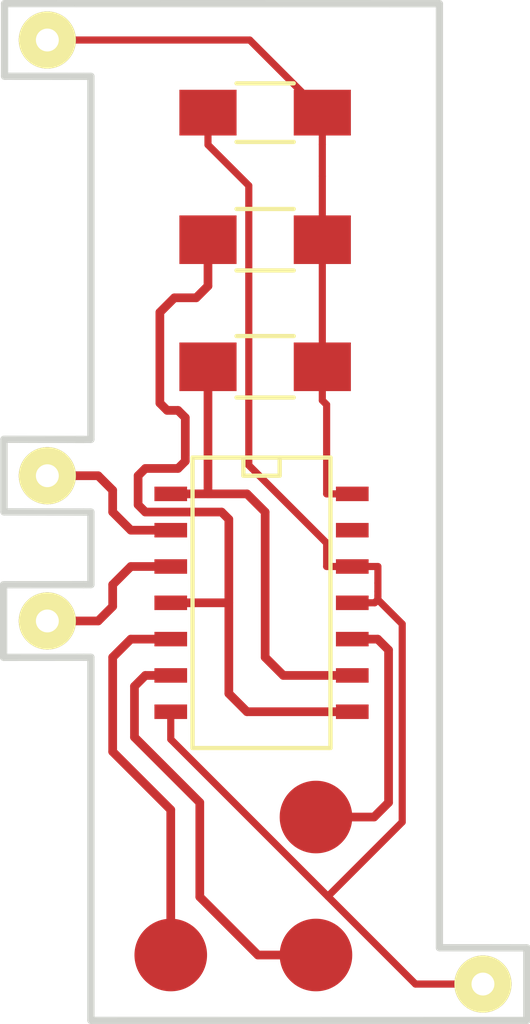
<source format=kicad_pcb>
(kicad_pcb (version 20171130) (host pcbnew "(5.1.12)-1")

  (general
    (thickness 1.6)
    (drawings 31)
    (tracks 124)
    (zones 0)
    (modules 11)
    (nets 10)
  )

  (page A4)
  (layers
    (0 F.Cu signal)
    (31 B.Cu signal)
    (32 B.Adhes user hide)
    (33 F.Adhes user hide)
    (34 B.Paste user hide)
    (35 F.Paste user hide)
    (36 B.SilkS user hide)
    (37 F.SilkS user hide)
    (38 B.Mask user hide)
    (39 F.Mask user hide)
    (40 Dwgs.User user hide)
    (41 Cmts.User user hide)
    (42 Eco1.User user hide)
    (43 Eco2.User user hide)
    (44 Edge.Cuts user)
    (45 Margin user hide)
    (46 B.CrtYd user hide)
    (47 F.CrtYd user hide)
    (48 B.Fab user hide)
    (49 F.Fab user hide)
  )

  (setup
    (last_trace_width 0.25)
    (user_trace_width 0.1524)
    (user_trace_width 0.2032)
    (user_trace_width 0.3048)
    (user_trace_width 0.4064)
    (user_trace_width 0.6096)
    (user_trace_width 0.8128)
    (trace_clearance 0.2)
    (zone_clearance 0.254)
    (zone_45_only no)
    (trace_min 0.1524)
    (via_size 0.6)
    (via_drill 0.4)
    (via_min_size 0.4)
    (via_min_drill 0.3)
    (uvia_size 0.3)
    (uvia_drill 0.1)
    (uvias_allowed no)
    (uvia_min_size 0)
    (uvia_min_drill 0)
    (edge_width 0.15)
    (segment_width 0.2)
    (pcb_text_width 0.3)
    (pcb_text_size 1.5 1.5)
    (mod_edge_width 0.15)
    (mod_text_size 1 1)
    (mod_text_width 0.15)
    (pad_size 1.99898 1.99898)
    (pad_drill 0.8001)
    (pad_to_mask_clearance 0.127)
    (aux_axis_origin 0 0)
    (visible_elements 7FFFFFFF)
    (pcbplotparams
      (layerselection 0x010c0_00000001)
      (usegerberextensions false)
      (usegerberattributes true)
      (usegerberadvancedattributes true)
      (creategerberjobfile true)
      (excludeedgelayer true)
      (linewidth 0.100000)
      (plotframeref false)
      (viasonmask false)
      (mode 1)
      (useauxorigin false)
      (hpglpennumber 1)
      (hpglpenspeed 20)
      (hpglpendiameter 15.000000)
      (psnegative false)
      (psa4output false)
      (plotreference true)
      (plotvalue true)
      (plotinvisibletext false)
      (padsonsilk false)
      (subtractmaskfromsilk false)
      (outputformat 1)
      (mirror false)
      (drillshape 0)
      (scaleselection 1)
      (outputdirectory "gerbers/nosilk/"))
  )

  (net 0 "")
  (net 1 VCC)
  (net 2 GND)
  (net 3 "Net-(R1-Pad2)")
  (net 4 "Net-(R2-Pad2)")
  (net 5 "Net-(TP1-Pad1)")
  (net 6 "Net-(TP2-Pad1)")
  (net 7 "Net-(TP3-Pad1)")
  (net 8 "Net-(/CS_ROM1-Pad1)")
  (net 9 "Net-(/MEMR1-Pad1)")

  (net_class Default "This is the default net class."
    (clearance 0.2)
    (trace_width 0.25)
    (via_dia 0.6)
    (via_drill 0.4)
    (uvia_dia 0.3)
    (uvia_drill 0.1)
    (add_net GND)
    (add_net "Net-(/CS_ROM1-Pad1)")
    (add_net "Net-(/MEMR1-Pad1)")
    (add_net "Net-(R1-Pad2)")
    (add_net "Net-(R2-Pad2)")
    (add_net "Net-(TP1-Pad1)")
    (add_net "Net-(TP2-Pad1)")
    (add_net "Net-(TP3-Pad1)")
    (add_net VCC)
  )

  (module Capacitors_SMD:C_1206_HandSoldering (layer F.Cu) (tedit 5898B227) (tstamp 57D988B4)
    (at 125.73 95.25 180)
    (descr "Capacitor SMD 1206, hand soldering")
    (tags "capacitor 1206")
    (path /57D989F8)
    (attr smd)
    (fp_text reference C1 (at 2.54 1.905 180) (layer F.SilkS) hide
      (effects (font (size 1 1) (thickness 0.15)))
    )
    (fp_text value 0.1uF (at -1.27 1.905 180) (layer F.SilkS) hide
      (effects (font (size 1 1) (thickness 0.15)))
    )
    (fp_line (start -1 1.025) (end 1 1.025) (layer F.SilkS) (width 0.15))
    (fp_line (start 1 -1.025) (end -1 -1.025) (layer F.SilkS) (width 0.15))
    (fp_line (start 3.3 -1.15) (end 3.3 1.15) (layer F.CrtYd) (width 0.05))
    (fp_line (start -3.3 -1.15) (end -3.3 1.15) (layer F.CrtYd) (width 0.05))
    (fp_line (start -3.3 1.15) (end 3.3 1.15) (layer F.CrtYd) (width 0.05))
    (fp_line (start -3.3 -1.15) (end 3.3 -1.15) (layer F.CrtYd) (width 0.05))
    (pad 1 smd rect (at -2 0 180) (size 2 1.6) (layers F.Cu F.Paste F.Mask)
      (net 1 VCC))
    (pad 2 smd rect (at 2 0 180) (size 2 1.6) (layers F.Cu F.Paste F.Mask)
      (net 2 GND))
    (model Capacitors_SMD.3dshapes/C_1206_HandSoldering.wrl
      (at (xyz 0 0 0))
      (scale (xyz 1 1 1))
      (rotate (xyz 0 0 0))
    )
  )

  (module Resistors_SMD:R_1206_HandSoldering (layer F.Cu) (tedit 5898B248) (tstamp 57D988D8)
    (at 125.73 99.695 180)
    (descr "Resistor SMD 1206, hand soldering")
    (tags "resistor 1206")
    (path /57D98A6B)
    (attr smd)
    (fp_text reference R1 (at 2.54 1.905 180) (layer F.SilkS) hide
      (effects (font (size 1 1) (thickness 0.15)))
    )
    (fp_text value 10K (at -1.905 1.905 180) (layer F.SilkS) hide
      (effects (font (size 1 1) (thickness 0.15)))
    )
    (fp_line (start -1 -1.075) (end 1 -1.075) (layer F.SilkS) (width 0.15))
    (fp_line (start 1 1.075) (end -1 1.075) (layer F.SilkS) (width 0.15))
    (fp_line (start 3.3 -1.2) (end 3.3 1.2) (layer F.CrtYd) (width 0.05))
    (fp_line (start -3.3 -1.2) (end -3.3 1.2) (layer F.CrtYd) (width 0.05))
    (fp_line (start -3.3 1.2) (end 3.3 1.2) (layer F.CrtYd) (width 0.05))
    (fp_line (start -3.3 -1.2) (end 3.3 -1.2) (layer F.CrtYd) (width 0.05))
    (pad 1 smd rect (at -2 0 180) (size 2 1.7) (layers F.Cu F.Paste F.Mask)
      (net 1 VCC))
    (pad 2 smd rect (at 2 0 180) (size 2 1.7) (layers F.Cu F.Paste F.Mask)
      (net 3 "Net-(R1-Pad2)"))
    (model Resistors_SMD.3dshapes/R_1206_HandSoldering.wrl
      (at (xyz 0 0 0))
      (scale (xyz 1 1 1))
      (rotate (xyz 0 0 0))
    )
  )

  (module Resistors_SMD:R_1206_HandSoldering (layer F.Cu) (tedit 5898B24D) (tstamp 57D988DE)
    (at 125.73 104.14 180)
    (descr "Resistor SMD 1206, hand soldering")
    (tags "resistor 1206")
    (path /57D98AAD)
    (attr smd)
    (fp_text reference R2 (at 2.54 1.905 180) (layer F.SilkS) hide
      (effects (font (size 1 1) (thickness 0.15)))
    )
    (fp_text value 10K (at -1.905 1.905 180) (layer F.SilkS) hide
      (effects (font (size 1 1) (thickness 0.15)))
    )
    (fp_line (start -1 -1.075) (end 1 -1.075) (layer F.SilkS) (width 0.15))
    (fp_line (start 1 1.075) (end -1 1.075) (layer F.SilkS) (width 0.15))
    (fp_line (start 3.3 -1.2) (end 3.3 1.2) (layer F.CrtYd) (width 0.05))
    (fp_line (start -3.3 -1.2) (end -3.3 1.2) (layer F.CrtYd) (width 0.05))
    (fp_line (start -3.3 1.2) (end 3.3 1.2) (layer F.CrtYd) (width 0.05))
    (fp_line (start -3.3 -1.2) (end 3.3 -1.2) (layer F.CrtYd) (width 0.05))
    (pad 1 smd rect (at -2 0 180) (size 2 1.7) (layers F.Cu F.Paste F.Mask)
      (net 1 VCC))
    (pad 2 smd rect (at 2 0 180) (size 2 1.7) (layers F.Cu F.Paste F.Mask)
      (net 4 "Net-(R2-Pad2)"))
    (model Resistors_SMD.3dshapes/R_1206_HandSoldering.wrl
      (at (xyz 0 0 0))
      (scale (xyz 1 1 1))
      (rotate (xyz 0 0 0))
    )
  )

  (module SMD_Packages:SOIC-14_N (layer F.Cu) (tedit 5898B233) (tstamp 57D988F0)
    (at 125.73 112.395 270)
    (descr "Module CMS SOJ 14 pins Large")
    (tags "CMS SOJ")
    (path /57D986CD)
    (attr smd)
    (fp_text reference U1 (at -5.715 0) (layer F.SilkS) hide
      (effects (font (size 1 1) (thickness 0.15)))
    )
    (fp_text value 74LS33 (at 0 0 270) (layer F.SilkS) hide
      (effects (font (size 1 1) (thickness 0.15)))
    )
    (fp_line (start -4.445 0.762) (end -5.08 0.762) (layer F.SilkS) (width 0.15))
    (fp_line (start -4.445 -0.508) (end -4.445 0.762) (layer F.SilkS) (width 0.15))
    (fp_line (start -5.08 -0.508) (end -4.445 -0.508) (layer F.SilkS) (width 0.15))
    (fp_line (start -5.08 -2.286) (end 5.08 -2.286) (layer F.SilkS) (width 0.15))
    (fp_line (start -5.08 2.54) (end -5.08 -2.286) (layer F.SilkS) (width 0.15))
    (fp_line (start 5.08 2.54) (end -5.08 2.54) (layer F.SilkS) (width 0.15))
    (fp_line (start 5.08 -2.286) (end 5.08 2.54) (layer F.SilkS) (width 0.15))
    (pad 1 smd rect (at -3.81 3.302 270) (size 0.508 1.143) (layers F.Cu F.Paste F.Mask)
      (net 4 "Net-(R2-Pad2)"))
    (pad 2 smd rect (at -2.54 3.302 270) (size 0.508 1.143) (layers F.Cu F.Paste F.Mask)
      (net 9 "Net-(/MEMR1-Pad1)"))
    (pad 3 smd rect (at -1.27 3.302 270) (size 0.508 1.143) (layers F.Cu F.Paste F.Mask)
      (net 8 "Net-(/CS_ROM1-Pad1)"))
    (pad 4 smd rect (at 0 3.302 270) (size 0.508 1.143) (layers F.Cu F.Paste F.Mask)
      (net 3 "Net-(R1-Pad2)"))
    (pad 5 smd rect (at 1.27 3.302 270) (size 0.508 1.143) (layers F.Cu F.Paste F.Mask)
      (net 6 "Net-(TP2-Pad1)"))
    (pad 6 smd rect (at 2.54 3.302 270) (size 0.508 1.143) (layers F.Cu F.Paste F.Mask)
      (net 7 "Net-(TP3-Pad1)"))
    (pad 7 smd rect (at 3.81 3.302 270) (size 0.508 1.143) (layers F.Cu F.Paste F.Mask)
      (net 2 GND))
    (pad 8 smd rect (at 3.81 -3.048 270) (size 0.508 1.143) (layers F.Cu F.Paste F.Mask)
      (net 3 "Net-(R1-Pad2)"))
    (pad 9 smd rect (at 2.54 -3.048 270) (size 0.508 1.143) (layers F.Cu F.Paste F.Mask)
      (net 4 "Net-(R2-Pad2)"))
    (pad 11 smd rect (at 0 -3.048 270) (size 0.508 1.143) (layers F.Cu F.Paste F.Mask)
      (net 2 GND))
    (pad 12 smd rect (at -1.27 -3.048 270) (size 0.508 1.143) (layers F.Cu F.Paste F.Mask)
      (net 2 GND))
    (pad 13 smd rect (at -2.54 -3.048 270) (size 0.508 1.143) (layers F.Cu F.Paste F.Mask))
    (pad 14 smd rect (at -3.81 -3.048 270) (size 0.508 1.143) (layers F.Cu F.Paste F.Mask)
      (net 1 VCC))
    (pad 10 smd rect (at 1.27 -3.048 270) (size 0.508 1.143) (layers F.Cu F.Paste F.Mask)
      (net 5 "Net-(TP1-Pad1)"))
    (model SMD_Packages.3dshapes/SOIC-14_N.wrl
      (at (xyz 0 0 0))
      (scale (xyz 0.5 0.4 0.5))
      (rotate (xyz 0 0 0))
    )
  )

  (module Wire_Pads:SolderWirePad_single_0-8mmDrill (layer F.Cu) (tedit 57D99FA1) (tstamp 57D99D58)
    (at 118.11 92.71 90)
    (path /57D98F25)
    (fp_text reference P6 (at 0 -2.54 90) (layer F.SilkS) hide
      (effects (font (size 1 1) (thickness 0.15)))
    )
    (fp_text value CONN_1 (at 0 2.54 90) (layer F.Fab) hide
      (effects (font (size 1 1) (thickness 0.15)))
    )
    (pad 1 thru_hole circle (at 0 0 90) (size 1.99898 1.99898) (drill 0.8001) (layers *.Cu *.Mask F.SilkS)
      (net 1 VCC))
  )

  (module Wire_Pads:SolderWirePad_single_0-8mmDrill (layer F.Cu) (tedit 5898CFB1) (tstamp 57D99D5C)
    (at 133.35 125.73 270)
    (path /57D98FA9)
    (fp_text reference P7 (at 0 -2.54 270) (layer F.SilkS) hide
      (effects (font (size 1 1) (thickness 0.15)))
    )
    (fp_text value CONN_1 (at 0 2.54 270) (layer F.Fab) hide
      (effects (font (size 1 1) (thickness 0.15)))
    )
    (pad 1 thru_hole circle (at 0 0 270) (size 1.99898 1.99898) (drill 0.8001) (layers *.Cu *.Mask F.SilkS)
      (net 2 GND) (zone_connect 2))
  )

  (module testpoints:SMD_TESTPOINT (layer F.Cu) (tedit 5898B238) (tstamp 57D9A40E)
    (at 127.508 119.888)
    (path /57D98844)
    (fp_text reference TP1 (at -2.794 -1.27) (layer F.SilkS) hide
      (effects (font (size 1 1) (thickness 0.15)))
    )
    (fp_text value CONN_1 (at 0 -2) (layer F.Fab) hide
      (effects (font (size 1 1) (thickness 0.15)))
    )
    (pad 1 smd circle (at 0 0) (size 2.54 2.54) (layers F.Cu F.Paste F.Mask)
      (net 5 "Net-(TP1-Pad1)"))
  )

  (module testpoints:SMD_TESTPOINT (layer F.Cu) (tedit 5898B23B) (tstamp 57D9A413)
    (at 122.428 124.714)
    (path /57D9892A)
    (fp_text reference TP2 (at 0 -2.032) (layer F.SilkS) hide
      (effects (font (size 1 1) (thickness 0.15)))
    )
    (fp_text value CONN_1 (at 0 -2) (layer F.Fab) hide
      (effects (font (size 1 1) (thickness 0.15)))
    )
    (pad 1 smd circle (at 0 0) (size 2.54 2.54) (layers F.Cu F.Paste F.Mask)
      (net 6 "Net-(TP2-Pad1)"))
  )

  (module testpoints:SMD_TESTPOINT (layer F.Cu) (tedit 5898B23F) (tstamp 57D9A418)
    (at 127.508 124.714)
    (path /57D9895B)
    (fp_text reference TP3 (at 0 -2.032) (layer F.SilkS) hide
      (effects (font (size 1 1) (thickness 0.15)))
    )
    (fp_text value CONN_1 (at 0 -2) (layer F.Fab) hide
      (effects (font (size 1 1) (thickness 0.15)))
    )
    (pad 1 smd circle (at 0 0) (size 2.54 2.54) (layers F.Cu F.Paste F.Mask)
      (net 7 "Net-(TP3-Pad1)"))
  )

  (module Wire_Pads:SolderWirePad_single_0-8mmDrill (layer F.Cu) (tedit 57D9FCEE) (tstamp 57D9FCDC)
    (at 118.11 113.03)
    (path /57D988DB)
    (fp_text reference /CS_ROM1 (at 0 -2.54) (layer F.SilkS) hide
      (effects (font (size 1 1) (thickness 0.15)))
    )
    (fp_text value CONN_1 (at 0 2.54) (layer F.Fab) hide
      (effects (font (size 1 1) (thickness 0.15)))
    )
    (pad 1 thru_hole circle (at 0 0) (size 1.99898 1.99898) (drill 0.8001) (layers *.Cu *.Mask F.SilkS)
      (net 8 "Net-(/CS_ROM1-Pad1)"))
  )

  (module Wire_Pads:SolderWirePad_single_0-8mmDrill (layer F.Cu) (tedit 57D9FCEC) (tstamp 57D9FCE1)
    (at 118.11 107.95)
    (path /57D988A6)
    (fp_text reference /MEMR1 (at 0 -2.54) (layer F.SilkS) hide
      (effects (font (size 1 1) (thickness 0.15)))
    )
    (fp_text value CONN_1 (at 0 2.54) (layer F.Fab) hide
      (effects (font (size 1 1) (thickness 0.15)))
    )
    (pad 1 thru_hole circle (at 0 0) (size 1.99898 1.99898) (drill 0.8001) (layers *.Cu *.Mask F.SilkS)
      (net 9 "Net-(/MEMR1-Pad1)"))
  )

  (gr_text TP2 (at 120.904 121.412 270) (layer F.Mask)
    (effects (font (size 1.016 1.016) (thickness 0.1778)))
  )
  (gr_text TP3 (at 129.794 124.714 270) (layer F.Mask)
    (effects (font (size 1.016 1.016) (thickness 0.1778)))
  )
  (gr_text TP1 (at 124.968 119.888 270) (layer F.Mask)
    (effects (font (size 1.016 1.016) (thickness 0.1778)))
  )
  (gr_text R1 (at 125.73 97.79) (layer F.Mask)
    (effects (font (size 1.016 1.016) (thickness 0.1778)))
  )
  (gr_text 74LS33 (at 127 111.76 270) (layer F.Mask)
    (effects (font (size 0.762 0.762) (thickness 0.1778)))
  )
  (gr_text U1 (at 125.73 106.68) (layer F.Mask)
    (effects (font (size 1.016 1.016) (thickness 0.1778)))
  )
  (gr_text C1 (at 125.73 93.345) (layer F.Mask)
    (effects (font (size 1.016 1.016) (thickness 0.1778)))
  )
  (gr_text R2 (at 125.73 102.235) (layer F.Mask)
    (effects (font (size 1.016 1.016) (thickness 0.1778)))
  )
  (gr_text "Slot 8 Support" (at 120.904 100.33 270) (layer F.Mask)
    (effects (font (size 1.016 1.016) (thickness 0.1778)))
  )
  (gr_text www.glitchwrks.com/xt-ide (at 130.556 102.362 270) (layer F.Mask)
    (effects (font (size 1.016 1.016) (thickness 0.1778)))
  )
  (gr_line (start 119.634 93.98) (end 119.38 93.98) (angle 90) (layer Edge.Cuts) (width 0.254))
  (gr_line (start 119.634 106.68) (end 119.126 106.68) (angle 90) (layer Edge.Cuts) (width 0.254))
  (gr_line (start 119.634 109.22) (end 119.38 109.22) (angle 90) (layer Edge.Cuts) (width 0.254))
  (gr_line (start 119.634 111.76) (end 119.38 111.76) (angle 90) (layer Edge.Cuts) (width 0.254))
  (gr_line (start 119.634 114.3) (end 119.38 114.3) (angle 90) (layer Edge.Cuts) (width 0.254))
  (gr_line (start 134.88416 127.00254) (end 119.634 127) (angle 90) (layer Edge.Cuts) (width 0.254))
  (gr_line (start 134.88416 127.00254) (end 134.88416 124.46254) (angle 90) (layer Edge.Cuts) (width 0.254))
  (gr_line (start 119.634 114.3) (end 119.634 127) (angle 90) (layer Edge.Cuts) (width 0.254))
  (gr_line (start 116.58092 114.30254) (end 119.38 114.3) (angle 90) (layer Edge.Cuts) (width 0.254))
  (gr_line (start 116.58092 111.76254) (end 116.58092 114.30254) (angle 90) (layer Edge.Cuts) (width 0.254))
  (gr_line (start 119.38 111.76) (end 116.58092 111.76254) (angle 90) (layer Edge.Cuts) (width 0.254))
  (gr_line (start 119.634 109.22) (end 119.634 111.76) (angle 90) (layer Edge.Cuts) (width 0.254))
  (gr_line (start 116.59362 109.21492) (end 119.38 109.22) (angle 90) (layer Edge.Cuts) (width 0.254))
  (gr_line (start 116.59362 106.67492) (end 116.59362 109.21492) (angle 90) (layer Edge.Cuts) (width 0.254))
  (gr_line (start 119.38 106.68) (end 116.59362 106.67492) (angle 90) (layer Edge.Cuts) (width 0.254))
  (gr_line (start 119.634 93.98) (end 119.634 106.68) (angle 90) (layer Edge.Cuts) (width 0.254))
  (gr_line (start 116.61394 93.97746) (end 119.38 93.98) (angle 90) (layer Edge.Cuts) (width 0.254))
  (gr_line (start 116.61394 91.43746) (end 116.61394 93.97746) (angle 90) (layer Edge.Cuts) (width 0.254))
  (gr_line (start 131.826 91.44) (end 116.61394 91.43746) (angle 90) (layer Edge.Cuts) (width 0.254))
  (gr_line (start 131.826 124.46) (end 131.826 91.44) (angle 90) (layer Edge.Cuts) (width 0.254))
  (gr_line (start 134.88416 124.46254) (end 131.826 124.46) (angle 90) (layer Edge.Cuts) (width 0.254))

  (segment (start 127.73 95.2501) (end 127.73 95.25) (width 0.25) (layer F.Cu) (net 1))
  (segment (start 127.73 95.2502) (end 127.73 95.2501) (width 0.25) (layer F.Cu) (net 1))
  (segment (start 127.73 95.2505) (end 127.73 95.2502) (width 0.25) (layer F.Cu) (net 1))
  (segment (start 127.73 95.251) (end 127.73 95.2505) (width 0.25) (layer F.Cu) (net 1))
  (segment (start 127.73 95.2521) (end 127.73 95.251) (width 0.25) (layer F.Cu) (net 1))
  (segment (start 127.73 95.2543) (end 127.73 95.2521) (width 0.25) (layer F.Cu) (net 1))
  (segment (start 127.73 95.2586) (end 127.73 95.2543) (width 0.25) (layer F.Cu) (net 1))
  (segment (start 127.73 95.2673) (end 127.73 95.2586) (width 0.25) (layer F.Cu) (net 1))
  (segment (start 127.73 95.2847) (end 127.73 95.2673) (width 0.25) (layer F.Cu) (net 1))
  (segment (start 127.73 95.3194) (end 127.73 95.2847) (width 0.25) (layer F.Cu) (net 1))
  (segment (start 127.73 95.3889) (end 127.73 95.3194) (width 0.25) (layer F.Cu) (net 1))
  (segment (start 127.73 95.5278) (end 127.73 95.3889) (width 0.25) (layer F.Cu) (net 1))
  (segment (start 127.73 95.8056) (end 127.73 95.5278) (width 0.25) (layer F.Cu) (net 1))
  (segment (start 127.73 96.3612) (end 127.73 95.8056) (width 0.25) (layer F.Cu) (net 1))
  (segment (start 127.73 97.4725) (end 127.73 96.3612) (width 0.25) (layer F.Cu) (net 1))
  (segment (start 127.73 99.695) (end 127.73 97.4725) (width 0.25) (layer F.Cu) (net 1))
  (segment (start 127.73 104.14) (end 127.73 99.695) (width 0.25) (layer F.Cu) (net 1))
  (segment (start 127.73 104.7275) (end 127.73 104.14) (width 0.25) (layer F.Cu) (net 1))
  (segment (start 127.73 104.7275) (end 127.73 105.3151) (width 0.25) (layer F.Cu) (net 1))
  (segment (start 128.778 108.585) (end 127.8814 108.585) (width 0.25) (layer F.Cu) (net 1))
  (segment (start 127.8814 108.585) (end 127.8814 105.4665) (width 0.25) (layer F.Cu) (net 1))
  (segment (start 127.8814 105.4665) (end 127.73 105.3151) (width 0.25) (layer F.Cu) (net 1))
  (segment (start 125.19 92.71) (end 127.73 95.25) (width 0.25) (layer F.Cu) (net 1))
  (segment (start 118.11 92.71) (end 125.19 92.71) (width 0.25) (layer F.Cu) (net 1))
  (segment (start 129.6746 112.2824) (end 129.6746 112.2823) (width 0.25) (layer F.Cu) (net 2))
  (segment (start 129.6746 112.2825) (end 129.6746 112.2824) (width 0.25) (layer F.Cu) (net 2))
  (segment (start 129.6746 112.2823) (end 129.6746 112.2822) (width 0.25) (layer F.Cu) (net 2))
  (segment (start 129.6746 112.2822) (end 129.6746 112.2819) (width 0.25) (layer F.Cu) (net 2))
  (segment (start 129.6746 112.2819) (end 129.6746 112.2813) (width 0.25) (layer F.Cu) (net 2))
  (segment (start 129.6746 112.2813) (end 129.6746 112.2802) (width 0.25) (layer F.Cu) (net 2))
  (segment (start 129.6746 112.2802) (end 129.6746 112.2779) (width 0.25) (layer F.Cu) (net 2))
  (segment (start 129.6746 112.2779) (end 129.6746 112.2734) (width 0.25) (layer F.Cu) (net 2))
  (segment (start 129.6746 112.2734) (end 129.6746 112.2644) (width 0.25) (layer F.Cu) (net 2))
  (segment (start 129.6746 112.2644) (end 129.6746 112.2463) (width 0.25) (layer F.Cu) (net 2))
  (segment (start 129.6746 112.2463) (end 129.6746 112.2101) (width 0.25) (layer F.Cu) (net 2))
  (segment (start 129.6746 112.2101) (end 129.6746 112.1378) (width 0.25) (layer F.Cu) (net 2))
  (segment (start 129.6746 112.1378) (end 129.6746 111.9931) (width 0.25) (layer F.Cu) (net 2))
  (segment (start 129.6746 111.9931) (end 129.6746 111.7037) (width 0.25) (layer F.Cu) (net 2))
  (segment (start 129.6746 111.7037) (end 129.6746 111.125) (width 0.25) (layer F.Cu) (net 2))
  (segment (start 129.6745 112.2826) (end 129.6746 112.2825) (width 0.25) (layer F.Cu) (net 2))
  (segment (start 129.6744 112.2827) (end 129.6745 112.2826) (width 0.25) (layer F.Cu) (net 2))
  (segment (start 129.6742 112.2829) (end 129.6744 112.2827) (width 0.25) (layer F.Cu) (net 2))
  (segment (start 129.6738 112.2833) (end 129.6742 112.2829) (width 0.25) (layer F.Cu) (net 2))
  (segment (start 129.6729 112.2842) (end 129.6738 112.2833) (width 0.25) (layer F.Cu) (net 2))
  (segment (start 129.6711 112.286) (end 129.6729 112.2842) (width 0.25) (layer F.Cu) (net 2))
  (segment (start 129.6676 112.2895) (end 129.6711 112.286) (width 0.25) (layer F.Cu) (net 2))
  (segment (start 129.6606 112.2965) (end 129.6676 112.2895) (width 0.25) (layer F.Cu) (net 2))
  (segment (start 129.6465 112.3106) (end 129.6606 112.2965) (width 0.25) (layer F.Cu) (net 2))
  (segment (start 129.6184 112.3387) (end 129.6465 112.3106) (width 0.25) (layer F.Cu) (net 2))
  (segment (start 129.5621 112.395) (end 129.6184 112.3387) (width 0.25) (layer F.Cu) (net 2))
  (segment (start 128.778 111.125) (end 127.8814 111.125) (width 0.25) (layer F.Cu) (net 2))
  (segment (start 123.73 95.25) (end 123.73 96.3751) (width 0.25) (layer F.Cu) (net 2))
  (segment (start 123.73 96.3751) (end 125.1581 97.8032) (width 0.25) (layer F.Cu) (net 2))
  (segment (start 125.1581 97.8032) (end 125.1581 107.5827) (width 0.25) (layer F.Cu) (net 2))
  (segment (start 125.1581 107.5827) (end 127.8814 110.306) (width 0.25) (layer F.Cu) (net 2))
  (segment (start 127.8814 110.306) (end 127.8814 111.125) (width 0.25) (layer F.Cu) (net 2))
  (segment (start 128.778 112.395) (end 129.5621 112.395) (width 0.25) (layer F.Cu) (net 2))
  (segment (start 128.778 111.125) (end 129.6746 111.125) (width 0.25) (layer F.Cu) (net 2))
  (segment (start 130.989398 125.73) (end 133.35 125.73) (width 0.25) (layer F.Cu) (net 2))
  (segment (start 122.428 116.205) (end 122.428 117.168602) (width 0.25) (layer F.Cu) (net 2))
  (segment (start 130.52541 113.13671) (end 130.52541 120.06337) (width 0.25) (layer F.Cu) (net 2))
  (segment (start 129.6729 112.2842) (end 130.52541 113.13671) (width 0.25) (layer F.Cu) (net 2))
  (segment (start 130.52541 120.06337) (end 127.924089 122.664691) (width 0.25) (layer F.Cu) (net 2))
  (segment (start 127.924089 122.664691) (end 130.989398 125.73) (width 0.25) (layer F.Cu) (net 2))
  (segment (start 122.428 117.168602) (end 127.924089 122.664691) (width 0.25) (layer F.Cu) (net 2))
  (segment (start 128.778 116.205) (end 125.095 116.205) (width 0.3048) (layer F.Cu) (net 3))
  (segment (start 125.095 116.205) (end 124.46 115.57) (width 0.3048) (layer F.Cu) (net 3))
  (segment (start 124.46 115.57) (end 124.46 112.395) (width 0.3048) (layer F.Cu) (net 3))
  (segment (start 124.46 112.395) (end 122.428 112.395) (width 0.3048) (layer F.Cu) (net 3))
  (segment (start 124.46 112.395) (end 124.46 109.474) (width 0.3048) (layer F.Cu) (net 3))
  (segment (start 124.46 109.474) (end 124.206 109.22) (width 0.3048) (layer F.Cu) (net 3))
  (segment (start 124.206 109.22) (end 121.539 109.22) (width 0.3048) (layer F.Cu) (net 3))
  (segment (start 121.539 109.22) (end 121.285 108.966) (width 0.3048) (layer F.Cu) (net 3))
  (segment (start 121.285 108.966) (end 121.285 107.95) (width 0.3048) (layer F.Cu) (net 3))
  (segment (start 121.285 107.95) (end 121.539 107.696) (width 0.3048) (layer F.Cu) (net 3))
  (segment (start 121.539 107.696) (end 122.682 107.696) (width 0.3048) (layer F.Cu) (net 3))
  (segment (start 122.682 107.696) (end 122.936 107.442) (width 0.3048) (layer F.Cu) (net 3))
  (segment (start 122.936 107.442) (end 122.936 105.918) (width 0.3048) (layer F.Cu) (net 3))
  (segment (start 122.936 105.918) (end 122.682 105.664) (width 0.3048) (layer F.Cu) (net 3))
  (segment (start 122.682 105.664) (end 122.301 105.664) (width 0.3048) (layer F.Cu) (net 3))
  (segment (start 122.301 105.664) (end 122.047 105.41) (width 0.3048) (layer F.Cu) (net 3))
  (segment (start 122.047 105.41) (end 122.047 102.235) (width 0.3048) (layer F.Cu) (net 3))
  (segment (start 122.047 102.235) (end 122.555 101.727) (width 0.3048) (layer F.Cu) (net 3))
  (segment (start 122.555 101.727) (end 123.317 101.727) (width 0.3048) (layer F.Cu) (net 3))
  (segment (start 123.317 101.727) (end 123.73 101.314) (width 0.3048) (layer F.Cu) (net 3))
  (segment (start 123.73 101.314) (end 123.73 99.695) (width 0.3048) (layer F.Cu) (net 3))
  (segment (start 123.825 108.585) (end 123.73 108.585) (width 0.3048) (layer F.Cu) (net 4))
  (segment (start 128.778 114.935) (end 126.365 114.935) (width 0.3048) (layer F.Cu) (net 4))
  (segment (start 126.365 114.935) (end 125.73 114.3) (width 0.3048) (layer F.Cu) (net 4))
  (segment (start 125.73 114.3) (end 125.73 109.22) (width 0.3048) (layer F.Cu) (net 4))
  (segment (start 125.73 109.22) (end 125.095 108.585) (width 0.3048) (layer F.Cu) (net 4))
  (segment (start 125.095 108.585) (end 123.825 108.585) (width 0.3048) (layer F.Cu) (net 4))
  (segment (start 123.825 108.585) (end 123.73 108.585) (width 0.3048) (layer F.Cu) (net 4))
  (segment (start 123.825 104.775) (end 123.73 104.14) (width 0.3048) (layer F.Cu) (net 4))
  (segment (start 123.73 108.585) (end 123.825 108.585) (width 0.3048) (layer F.Cu) (net 4))
  (segment (start 123.73 108.585) (end 122.428 108.585) (width 0.3048) (layer F.Cu) (net 4))
  (segment (start 123.73 104.14) (end 123.73 108.585) (width 0.3048) (layer F.Cu) (net 4))
  (segment (start 128.778 113.665) (end 129.667 113.665) (width 0.3048) (layer F.Cu) (net 5))
  (segment (start 129.667 113.665) (end 130.048 114.046) (width 0.3048) (layer F.Cu) (net 5))
  (segment (start 130.048 114.046) (end 130.048 119.38) (width 0.3048) (layer F.Cu) (net 5))
  (segment (start 130.048 119.38) (end 129.54 119.888) (width 0.3048) (layer F.Cu) (net 5))
  (segment (start 129.54 119.888) (end 127.508 119.888) (width 0.3048) (layer F.Cu) (net 5))
  (segment (start 122.428 113.665) (end 121.031 113.665) (width 0.3048) (layer F.Cu) (net 6))
  (segment (start 121.031 113.665) (end 120.396 114.3) (width 0.3048) (layer F.Cu) (net 6))
  (segment (start 120.396 114.3) (end 120.396 117.602) (width 0.3048) (layer F.Cu) (net 6))
  (segment (start 120.396 117.602) (end 122.428 119.634) (width 0.3048) (layer F.Cu) (net 6))
  (segment (start 122.428 119.634) (end 122.428 124.714) (width 0.3048) (layer F.Cu) (net 6))
  (segment (start 122.428 114.935) (end 121.539 114.935) (width 0.3048) (layer F.Cu) (net 7))
  (segment (start 121.539 114.935) (end 121.158 115.316) (width 0.3048) (layer F.Cu) (net 7))
  (segment (start 121.158 115.316) (end 121.158 117.094) (width 0.3048) (layer F.Cu) (net 7))
  (segment (start 121.158 117.094) (end 123.444 119.38) (width 0.3048) (layer F.Cu) (net 7))
  (segment (start 123.444 119.38) (end 123.444 122.682) (width 0.3048) (layer F.Cu) (net 7))
  (segment (start 123.444 122.682) (end 125.476 124.714) (width 0.3048) (layer F.Cu) (net 7))
  (segment (start 125.476 124.714) (end 127.508 124.714) (width 0.3048) (layer F.Cu) (net 7))
  (segment (start 122.428 111.125) (end 121.031 111.125) (width 0.3048) (layer F.Cu) (net 8))
  (segment (start 121.031 111.125) (end 120.396 111.76) (width 0.3048) (layer F.Cu) (net 8))
  (segment (start 120.396 111.76) (end 120.396 112.522) (width 0.3048) (layer F.Cu) (net 8))
  (segment (start 120.396 112.522) (end 119.888 113.03) (width 0.3048) (layer F.Cu) (net 8))
  (segment (start 119.888 113.03) (end 118.11 113.03) (width 0.3048) (layer F.Cu) (net 8))
  (segment (start 122.428 109.855) (end 121.031 109.855) (width 0.3048) (layer F.Cu) (net 9))
  (segment (start 121.031 109.855) (end 120.396 109.22) (width 0.3048) (layer F.Cu) (net 9))
  (segment (start 120.396 109.22) (end 120.396 108.458) (width 0.3048) (layer F.Cu) (net 9))
  (segment (start 120.396 108.458) (end 119.888 107.95) (width 0.3048) (layer F.Cu) (net 9))
  (segment (start 119.888 107.95) (end 118.11 107.95) (width 0.3048) (layer F.Cu) (net 9))

)

</source>
